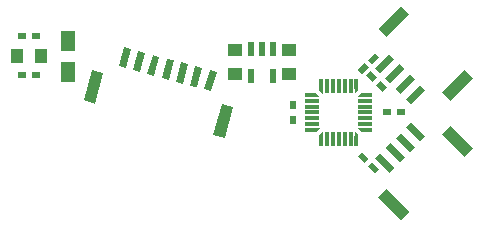
<source format=gbr>
G04 #@! TF.FileFunction,Soldermask,Bot*
%FSLAX46Y46*%
G04 Gerber Fmt 4.6, Leading zero omitted, Abs format (unit mm)*
G04 Created by KiCad (PCBNEW 4.0.5-e0-6337~49~ubuntu14.04.1) date Fri May  5 09:40:51 2017*
%MOMM*%
%LPD*%
G01*
G04 APERTURE LIST*
%ADD10C,0.100000*%
%ADD11R,0.800000X0.500000*%
%ADD12R,1.000000X1.200000*%
%ADD13R,1.200000X1.000000*%
%ADD14R,0.500000X0.800000*%
%ADD15R,0.600000X1.200000*%
%ADD16R,0.900000X0.300000*%
%ADD17R,1.200000X0.300000*%
%ADD18R,0.300000X0.900000*%
%ADD19R,0.300000X1.200000*%
%ADD20R,1.250000X1.800000*%
G04 APERTURE END LIST*
D10*
G36*
X187238347Y-96661911D02*
X186798355Y-98303985D01*
X186218799Y-98148693D01*
X186658791Y-96506619D01*
X187238347Y-96661911D01*
X187238347Y-96661911D01*
G37*
G36*
X186030940Y-96338387D02*
X185590948Y-97980461D01*
X185011392Y-97825169D01*
X185451384Y-96183095D01*
X186030940Y-96338387D01*
X186030940Y-96338387D01*
G37*
G36*
X188445754Y-96985435D02*
X188005762Y-98627509D01*
X187426206Y-98472217D01*
X187866198Y-96830143D01*
X188445754Y-96985435D01*
X188445754Y-96985435D01*
G37*
G36*
X189653162Y-97308958D02*
X189213170Y-98951032D01*
X188633614Y-98795740D01*
X189073606Y-97153666D01*
X189653162Y-97308958D01*
X189653162Y-97308958D01*
G37*
G36*
X180082509Y-97384464D02*
X179383697Y-99992463D01*
X178417771Y-99733644D01*
X179116583Y-97125645D01*
X180082509Y-97384464D01*
X180082509Y-97384464D01*
G37*
G36*
X191045766Y-100322060D02*
X190346954Y-102930059D01*
X189381028Y-102671240D01*
X190079840Y-100063241D01*
X191045766Y-100322060D01*
X191045766Y-100322060D01*
G37*
G36*
X184243976Y-95859571D02*
X184823532Y-96014863D01*
X184383540Y-97656937D01*
X183803984Y-97501645D01*
X184243976Y-95859571D01*
X184243976Y-95859571D01*
G37*
G36*
X183036569Y-95536047D02*
X183616125Y-95691339D01*
X183176133Y-97333413D01*
X182596577Y-97178121D01*
X183036569Y-95536047D01*
X183036569Y-95536047D01*
G37*
G36*
X181829162Y-95212524D02*
X182408718Y-95367816D01*
X181968726Y-97009890D01*
X181389170Y-96854598D01*
X181829162Y-95212524D01*
X181829162Y-95212524D01*
G37*
G36*
X204831712Y-98727907D02*
X206033794Y-97525825D01*
X206458058Y-97950089D01*
X205255976Y-99152171D01*
X204831712Y-98727907D01*
X204831712Y-98727907D01*
G37*
G36*
X205715596Y-99611790D02*
X206917678Y-98409708D01*
X207341942Y-98833972D01*
X206139860Y-100036054D01*
X205715596Y-99611790D01*
X205715596Y-99611790D01*
G37*
G36*
X203947829Y-97844024D02*
X205149911Y-96641942D01*
X205574175Y-97066206D01*
X204372093Y-98268288D01*
X203947829Y-97844024D01*
X203947829Y-97844024D01*
G37*
G36*
X203063946Y-96960140D02*
X204266028Y-95758058D01*
X204690292Y-96182322D01*
X203488210Y-97384404D01*
X203063946Y-96960140D01*
X203063946Y-96960140D01*
G37*
G36*
X208738477Y-99028427D02*
X210647666Y-97119238D01*
X211354773Y-97826345D01*
X209445584Y-99735534D01*
X208738477Y-99028427D01*
X208738477Y-99028427D01*
G37*
G36*
X203364466Y-93654416D02*
X205273655Y-91745227D01*
X205980762Y-92452334D01*
X204071573Y-94361523D01*
X203364466Y-93654416D01*
X203364466Y-93654416D01*
G37*
G36*
X204372093Y-103331712D02*
X205574175Y-104533794D01*
X205149911Y-104958058D01*
X203947829Y-103755976D01*
X204372093Y-103331712D01*
X204372093Y-103331712D01*
G37*
G36*
X203488210Y-104215596D02*
X204690292Y-105417678D01*
X204266028Y-105841942D01*
X203063946Y-104639860D01*
X203488210Y-104215596D01*
X203488210Y-104215596D01*
G37*
G36*
X205255976Y-102447829D02*
X206458058Y-103649911D01*
X206033794Y-104074175D01*
X204831712Y-102872093D01*
X205255976Y-102447829D01*
X205255976Y-102447829D01*
G37*
G36*
X206139860Y-101563946D02*
X207341942Y-102766028D01*
X206917678Y-103190292D01*
X205715596Y-101988210D01*
X206139860Y-101563946D01*
X206139860Y-101563946D01*
G37*
G36*
X204071573Y-107238477D02*
X205980762Y-109147666D01*
X205273655Y-109854773D01*
X203364466Y-107945584D01*
X204071573Y-107238477D01*
X204071573Y-107238477D01*
G37*
G36*
X209445584Y-101864466D02*
X211354773Y-103773655D01*
X210647666Y-104480762D01*
X208738477Y-102571573D01*
X209445584Y-101864466D01*
X209445584Y-101864466D01*
G37*
D11*
X173200000Y-97600000D03*
X174400000Y-97600000D03*
X204100000Y-100750000D03*
X205300000Y-100750000D03*
D12*
X172800000Y-96000000D03*
X174800000Y-96000000D03*
D13*
X191250000Y-95500000D03*
X191250000Y-97500000D03*
X195750000Y-97500000D03*
X195750000Y-95500000D03*
D14*
X196100000Y-100150000D03*
X196100000Y-101350000D03*
D11*
X173200000Y-94300000D03*
X174400000Y-94300000D03*
D10*
G36*
X203030330Y-95716117D02*
X203383883Y-96069670D01*
X202818198Y-96635355D01*
X202464645Y-96281802D01*
X203030330Y-95716117D01*
X203030330Y-95716117D01*
G37*
G36*
X202181802Y-96564645D02*
X202535355Y-96918198D01*
X201969670Y-97483883D01*
X201616117Y-97130330D01*
X202181802Y-96564645D01*
X202181802Y-96564645D01*
G37*
G36*
X203383883Y-105530330D02*
X203030330Y-105883883D01*
X202464645Y-105318198D01*
X202818198Y-104964645D01*
X203383883Y-105530330D01*
X203383883Y-105530330D01*
G37*
G36*
X202535355Y-104681802D02*
X202181802Y-105035355D01*
X201616117Y-104469670D01*
X201969670Y-104116117D01*
X202535355Y-104681802D01*
X202535355Y-104681802D01*
G37*
D15*
X193500000Y-95350000D03*
X192550000Y-95350000D03*
X194450000Y-95350000D03*
X194450000Y-97650000D03*
X192550000Y-97650000D03*
D16*
X202400000Y-99250000D03*
D17*
X202250000Y-99750000D03*
X202250000Y-100250000D03*
X202250000Y-100750000D03*
X202250000Y-101250000D03*
X202250000Y-101750000D03*
D16*
X202400000Y-102250000D03*
D18*
X201500000Y-103150000D03*
D19*
X201000000Y-103000000D03*
X200500000Y-103000000D03*
X200000000Y-103000000D03*
X199500000Y-103000000D03*
X199000000Y-103000000D03*
D18*
X198500000Y-103150000D03*
D16*
X197600000Y-102250000D03*
D17*
X197750000Y-101750000D03*
X197750000Y-101250000D03*
X197750000Y-100750000D03*
X197750000Y-100250000D03*
X197750000Y-99750000D03*
D16*
X197600000Y-99250000D03*
D18*
X198500000Y-98350000D03*
D19*
X199000000Y-98500000D03*
X199500000Y-98500000D03*
X200000000Y-98500000D03*
X200500000Y-98500000D03*
X201000000Y-98500000D03*
D18*
X201500000Y-98350000D03*
D10*
G36*
X202400000Y-99400000D02*
X201600000Y-99400000D01*
X201900000Y-99100000D01*
X202100000Y-99100000D01*
X202400000Y-99400000D01*
X202400000Y-99400000D01*
G37*
G36*
X201350000Y-99150000D02*
X201350000Y-98350000D01*
X201650000Y-98650000D01*
X201650000Y-98850000D01*
X201350000Y-99150000D01*
X201350000Y-99150000D01*
G37*
G36*
X198650000Y-102350000D02*
X198650000Y-103150000D01*
X198350000Y-102850000D01*
X198350000Y-102650000D01*
X198650000Y-102350000D01*
X198650000Y-102350000D01*
G37*
G36*
X197600000Y-102100000D02*
X198400000Y-102100000D01*
X198100000Y-102400000D01*
X197900000Y-102400000D01*
X197600000Y-102100000D01*
X197600000Y-102100000D01*
G37*
G36*
X201600000Y-102100000D02*
X202400000Y-102100000D01*
X202100000Y-102400000D01*
X201900000Y-102400000D01*
X201600000Y-102100000D01*
X201600000Y-102100000D01*
G37*
G36*
X201350000Y-103150000D02*
X201350000Y-102350000D01*
X201650000Y-102650000D01*
X201650000Y-102850000D01*
X201350000Y-103150000D01*
X201350000Y-103150000D01*
G37*
G36*
X198400000Y-99400000D02*
X197600000Y-99400000D01*
X197900000Y-99100000D01*
X198100000Y-99100000D01*
X198400000Y-99400000D01*
X198400000Y-99400000D01*
G37*
G36*
X198650000Y-98350000D02*
X198650000Y-99150000D01*
X198350000Y-98850000D01*
X198350000Y-98650000D01*
X198650000Y-98350000D01*
X198650000Y-98350000D01*
G37*
G36*
X204083883Y-98630330D02*
X203730330Y-98983883D01*
X203164645Y-98418198D01*
X203518198Y-98064645D01*
X204083883Y-98630330D01*
X204083883Y-98630330D01*
G37*
G36*
X203235355Y-97781802D02*
X202881802Y-98135355D01*
X202316117Y-97569670D01*
X202669670Y-97216117D01*
X203235355Y-97781802D01*
X203235355Y-97781802D01*
G37*
D20*
X177100000Y-94700000D03*
X177100000Y-97300000D03*
M02*

</source>
